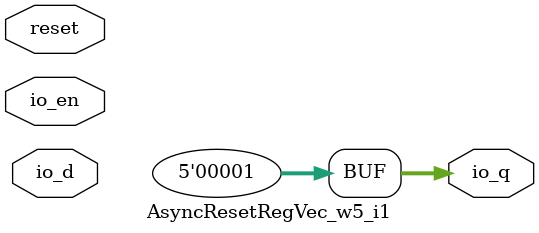
<source format=sv>
`ifndef RANDOMIZE
  `ifdef RANDOMIZE_REG_INIT
    `define RANDOMIZE
  `endif // RANDOMIZE_REG_INIT
`endif // not def RANDOMIZE
`ifndef RANDOMIZE
  `ifdef RANDOMIZE_MEM_INIT
    `define RANDOMIZE
  `endif // RANDOMIZE_MEM_INIT
`endif // not def RANDOMIZE

`ifndef RANDOM
  `define RANDOM $random
`endif // not def RANDOM

// Users can define 'PRINTF_COND' to add an extra gate to prints.
`ifndef PRINTF_COND_
  `ifdef PRINTF_COND
    `define PRINTF_COND_ (`PRINTF_COND)
  `else  // PRINTF_COND
    `define PRINTF_COND_ 1
  `endif // PRINTF_COND
`endif // not def PRINTF_COND_

// Users can define 'ASSERT_VERBOSE_COND' to add an extra gate to assert error printing.
`ifndef ASSERT_VERBOSE_COND_
  `ifdef ASSERT_VERBOSE_COND
    `define ASSERT_VERBOSE_COND_ (`ASSERT_VERBOSE_COND)
  `else  // ASSERT_VERBOSE_COND
    `define ASSERT_VERBOSE_COND_ 1
  `endif // ASSERT_VERBOSE_COND
`endif // not def ASSERT_VERBOSE_COND_

// Users can define 'STOP_COND' to add an extra gate to stop conditions.
`ifndef STOP_COND_
  `ifdef STOP_COND
    `define STOP_COND_ (`STOP_COND)
  `else  // STOP_COND
    `define STOP_COND_ 1
  `endif // STOP_COND
`endif // not def STOP_COND_

// Users can define INIT_RANDOM as general code that gets injected into the
// initializer block for modules with registers.
`ifndef INIT_RANDOM
  `define INIT_RANDOM
`endif // not def INIT_RANDOM

// If using random initialization, you can also define RANDOMIZE_DELAY to
// customize the delay used, otherwise 0.002 is used.
`ifndef RANDOMIZE_DELAY
  `define RANDOMIZE_DELAY 0.002
`endif // not def RANDOMIZE_DELAY

// Define INIT_RANDOM_PROLOG_ for use in our modules below.
`ifndef INIT_RANDOM_PROLOG_
  `ifdef RANDOMIZE
    `ifdef VERILATOR
      `define INIT_RANDOM_PROLOG_ `INIT_RANDOM
    `else  // VERILATOR
      `define INIT_RANDOM_PROLOG_ `INIT_RANDOM #`RANDOMIZE_DELAY begin end
    `endif // VERILATOR
  `else  // RANDOMIZE
    `define INIT_RANDOM_PROLOG_
  `endif // RANDOMIZE
`endif // not def INIT_RANDOM_PROLOG_

module AsyncResetRegVec_w5_i1(
  input        reset,
  input  [4:0] io_d,
  input        io_en,
  output [4:0] io_q
);

  assign io_q = 5'h1;	// @[AsyncResetReg.scala:63:50]
endmodule


</source>
